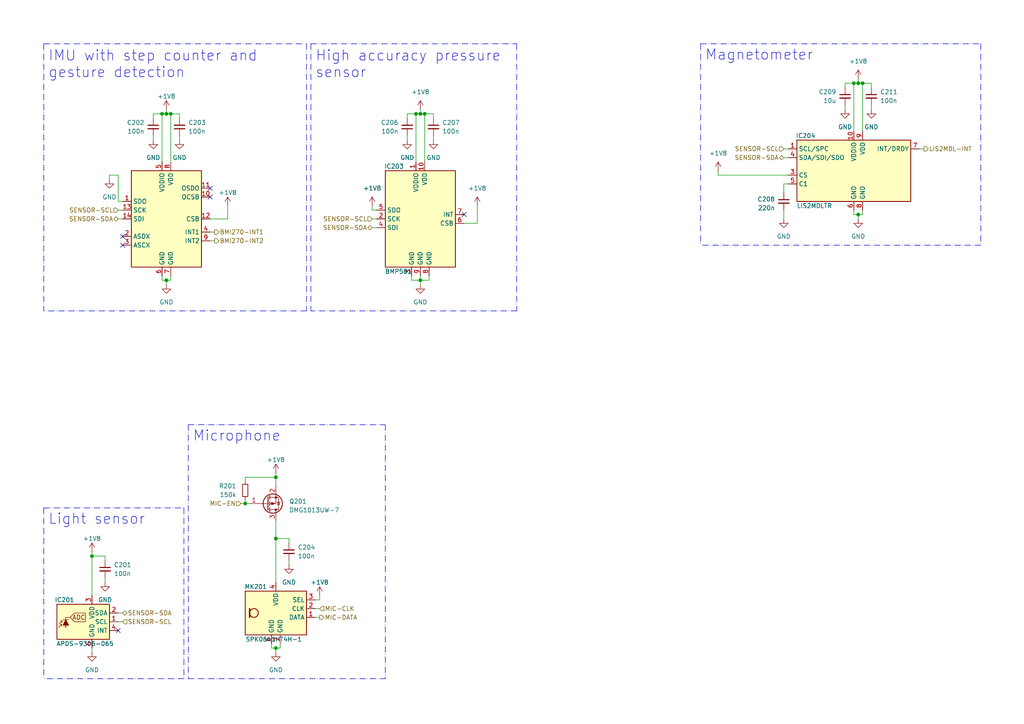
<source format=kicad_sch>
(kicad_sch (version 20250114) (generator "eeschema") (generator_version "9.0")
  (paper "A4")
  (title_block (title "ZSWatch v3 Dev-Kit") (date "2025-05-09") (rev "0") (company "github.com/jakkra/ZSWatch-HW"))
  (lib_symbols
    (symbol "Bosch_Kampi:BMI270"
      (property "Reference" "IC" (at -8.89 15.24 0))
      (property "Value" "BMI270" (at 0 0 0))
      (symbol "BMI270_1_0"
        (pin bidirectional line (at -12.7 5.08 0) (length 2.54) (name "SDO") (number "1"))
        (pin passive line (at -12.7 2.54 0) (length 2.54) (name "SCK") (number "13"))
        (pin bidirectional line (at -12.7 0 0) (length 2.54) (name "SDI") (number "14"))
        (pin passive line (at -12.7 -5.08 0) (length 2.54) (name "ASDX") (number "2"))
        (pin passive line (at -12.7 -7.62 0) (length 2.54) (name "ASCX") (number "3"))
        (pin power_in line (at -1.27 16.51 270) (length 2.54) (name "VDDIO") (number "5"))
        (pin power_in line (at -1.27 -16.51 90) (length 2.54) (name "GND") (number "6"))
        (pin power_in line (at 1.27 16.51 270) (length 2.54) (name "VDD") (number "8"))
        (pin power_in line (at 1.27 -16.51 90) (length 2.54) (name "GND") (number "7"))
        (pin passive line (at 12.7 8.89 180) (length 2.54) (name "OSDO") (number "11"))
        (pin passive line (at 12.7 6.35 180) (length 2.54) (name "OCSB") (number "10"))
        (pin passive line (at 12.7 0 180) (length 2.54) (name "CSB") (number "12"))
        (pin output line (at 12.7 -3.81 180) (length 2.54) (name "INT1") (number "4"))
        (pin output line (at 12.7 -6.35 180) (length 2.54) (name "INT2") (number "9"))
      )
      (symbol "BMI270_1_1"
        (polyline (pts (xy -10.16 13.97) (xy 10.16 13.97) (xy 10.16 -13.97) (xy -10.16 -13.97) (xy -10.16 13.97)) (stroke (width 0.254)) (fill (type background)))
      )
    )
    (symbol "Bosch_Kampi:BMP581"
      (property "Reference" "IC" (at -8.89 15.24 0))
      (symbol "BMP581_1_0"
        (pin bidirectional line (at -12.7 2.54 0) (length 2.54) (name "SDO") (number "5"))
        (pin input line (at -12.7 0 0) (length 2.54) (name "SCK") (number "2"))
        (pin bidirectional line (at -12.7 -2.54 0) (length 2.54) (name "SDI") (number "4"))
        (pin power_in line (at -2.54 -16.51 90) (length 2.54) (name "GND") (number "3"))
        (pin passive line (at -1.27 16.51 270) (length 2.54) (name "VDDIO") (number "1"))
        (pin power_in line (at 0 -16.51 90) (length 2.54) (name "GND") (number "9"))
        (pin passive line (at 1.27 16.51 270) (length 2.54) (name "VDD") (number "10"))
        (pin power_in line (at 2.54 -16.51 90) (length 2.54) (name "GND") (number "8"))
        (pin passive line (at 12.7 1.27 180) (length 2.54) (name "INT") (number "7"))
        (pin passive line (at 12.7 -1.27 180) (length 2.54) (name "CSB") (number "6"))
      )
      (symbol "BMP581_1_1"
        (polyline (pts (xy -10.16 13.97) (xy 10.16 13.97) (xy 10.16 -13.97) (xy -10.16 -13.97) (xy -10.16 13.97)) (stroke (width 0.254)) (fill (type background)))
      )
    )
    (symbol "Device:C_Small" (pin_numbers (hide yes)) (pin_names (offset 0.254) (hide yes))
      (property "Reference" "C" (at 0.254 1.778 0))
      (property "Value" "C_Small" (at 0.254 -2.032 0))
      (symbol "C_Small_0_1"
        (polyline (pts (xy -1.524 0.508) (xy 1.524 0.508)) (stroke (width 0.3048)))
        (polyline (pts (xy -1.524 -0.508) (xy 1.524 -0.508)) (stroke (width 0.3302)))
      )
      (symbol "C_Small_1_1"
        (pin passive line (at 0 2.54 270) (length 2.032) (name "~") (number "1"))
        (pin passive line (at 0 -2.54 90) (length 2.032) (name "~") (number "2"))
      )
    )
    (symbol "Device:R_Small" (pin_numbers (hide yes)) (pin_names (offset 0.254) (hide yes))
      (property "Reference" "R" (at 0.762 0.508 0))
      (property "Value" "R_Small" (at 0.762 -1.016 0))
      (symbol "R_Small_0_1"
        (rectangle (start -0.762 1.778) (end 0.762 -1.778) (stroke (width 0.2032)))
      )
      (symbol "R_Small_1_1"
        (pin passive line (at 0 2.54 270) (length 0.762) (name "~") (number "1"))
        (pin passive line (at 0 -2.54 90) (length 0.762) (name "~") (number "2"))
      )
    )
    (symbol "Diodes Incorporated:DMG1013UW-7" (pin_names (hide yes))
      (property "Reference" "Q" (at 2.54 1.905 0))
      (property "Value" "DMG1013UW-7" (at -6.35 0 0))
      (symbol "DMG1013UW-7_0_1"
        (polyline (pts (xy -2.286 1.905) (xy -2.286 -1.905)) (stroke (width 0.254)))
        (polyline (pts (xy -2.286 0) (xy -5.08 0)))
        (polyline (pts (xy -1.778 2.286) (xy -1.778 1.27)) (stroke (width 0.254)))
        (polyline (pts (xy -1.778 1.778) (xy 0.762 1.778) (xy 0.762 -1.778) (xy -1.778 -1.778)))
        (polyline (pts (xy -1.778 0.508) (xy -1.778 -0.508)) (stroke (width 0.254)))
        (polyline (pts (xy -1.778 -1.27) (xy -1.778 -2.286)) (stroke (width 0.254)))
        (circle (center -0.889 0) (radius 2.794) (stroke (width 0.254)))
        (polyline (pts (xy -0.254 0) (xy -1.27 0.381) (xy -1.27 -0.381) (xy -0.254 0)) (fill (type outline)))
        (polyline (pts (xy 0 2.54) (xy 0 1.778)))
        (circle (center 0 1.778) (radius 0.254) (fill (type outline)))
        (circle (center 0 -1.778) (radius 0.254) (fill (type outline)))
        (polyline (pts (xy 0 -2.54) (xy 0 0) (xy -1.778 0)))
        (polyline (pts (xy 0.254 -0.508) (xy 0.381 -0.381) (xy 1.143 -0.381) (xy 1.27 -0.254)))
        (polyline (pts (xy 0.762 -0.381) (xy 0.381 0.254) (xy 1.143 0.254) (xy 0.762 -0.381)))
      )
      (symbol "DMG1013UW-7_1_1"
        (pin input line (at -7.62 0 0) (length 2.54) (name "G") (number "1"))
        (pin passive line (at 0 5.08 270) (length 2.54) (name "D") (number "3"))
        (pin passive line (at 0 -5.08 90) (length 2.54) (name "S") (number "2"))
      )
    )
    (symbol "Knowles:SPK0641HT4H-1"
      (property "Reference" "MK" (at -7.62 7.62 0))
      (property "Value" "SPK0641HT4H-1" (at -1.27 -7.62 0))
      (symbol "SPK0641HT4H-1_1_1"
        (rectangle (start -8.89 6.35) (end 8.89 -6.35) (stroke (width 0.254)) (fill (type background)))
        (polyline (pts (xy -7.62 1.27) (xy -7.62 -1.27)) (stroke (width 0.381)))
        (circle (center -6.35 0) (radius 1.27) (stroke (width 0.254)))
        (pin power_in line (at -1.27 -8.89 90) (length 2.54) (hide yes) (name "GND") (number "5"))
        (pin power_in line (at -1.27 -8.89 90) (length 2.54) (name "GND") (number "6"))
        (pin power_in line (at 0 8.89 270) (length 2.54) (name "VDD") (number "4"))
        (pin power_in line (at 1.27 -8.89 90) (length 2.54) (name "GND") (number "7"))
        (pin power_in line (at 1.27 -8.89 90) (length 2.54) (hide yes) (name "GND") (number "8"))
        (pin input line (at 11.43 3.81 180) (length 2.54) (name "SEL") (number "3"))
        (pin input line (at 11.43 1.27 180) (length 2.54) (name "CLK") (number "2"))
        (pin output line (at 11.43 -1.27 180) (length 2.54) (name "DATA") (number "1"))
      )
    )
    (symbol "ST:LIS2MDLTR"
      (property "Reference" "IC" (at -16.51 11.43 0))
      (symbol "LIS2MDLTR_1_0"
        (pin passive line (at -20.32 7.62 0) (length 2.54) (name "SCL/SPC") (number "1"))
        (pin passive line (at -20.32 5.08 0) (length 2.54) (name "SDA/SDI/SDO") (number "4"))
        (pin passive line (at -20.32 0 0) (length 2.54) (name "CS") (number "3"))
        (pin passive line (at -20.32 -2.54 0) (length 2.54) (name "C1") (number "5"))
        (pin power_in line (at -1.27 12.7 270) (length 2.54) (name "VDDIO") (number "10"))
        (pin passive line (at -1.27 -10.16 90) (length 2.54) (name "GND") (number "6"))
        (pin power_in line (at 1.27 12.7 270) (length 2.54) (name "VDD") (number "9"))
        (pin passive line (at 1.27 -10.16 90) (length 2.54) (name "GND") (number "8"))
        (pin passive line (at 17.78 7.62 180) (length 2.54) (name "INT/DRDY") (number "7"))
        (pin no_connect line (at 17.78 0 180) (length 2.54) (hide yes) (name "NC") (number "2"))
        (pin no_connect line (at 17.78 -2.54 180) (length 2.54) (hide yes) (name "NC") (number "11"))
        (pin no_connect line (at 17.78 -5.08 180) (length 2.54) (hide yes) (name "NC") (number "12"))
      )
      (symbol "LIS2MDLTR_1_1"
        (polyline (pts (xy -17.78 10.16) (xy 15.24 10.16) (xy 15.24 -7.62) (xy -17.78 -7.62) (xy -17.78 10.16)) (stroke (width 0.254)) (fill (type background)))
      )
    )
    (symbol "Sensor_Optical:APDS-9306-065"
      (property "Reference" "U" (at -6.35 6.35 0))
      (property "Value" "APDS-9306-065" (at 3.81 6.35 0))
      (symbol "APDS-9306-065_0_0"
        (polyline (pts (xy -3.81 1.27) (xy -2.54 2.54) (xy 0.635 2.54) (xy 0.635 0) (xy -2.54 0) (xy -3.81 1.27)))
        (text "ADC" (at -1.27 1.27 0) (effects (font (size 1.27 1.27))))
      )
      (symbol "APDS-9306-065_0_1"
        (rectangle (start -7.62 5.08) (end 7.62 -5.08) (stroke (width 0.254)) (fill (type background)))
      )
      (symbol "APDS-9306-065_1_0"
        (polyline (pts (xy -5.08 -1.524) (xy -5.08 1.27) (xy -3.81 1.27)))
      )
      (symbol "APDS-9306-065_1_1"
        (polyline (pts (xy -6.223 -0.762) (xy -7.112 -1.651)))
        (polyline (pts (xy -6.223 -0.762) (xy -6.731 -0.762)))
        (polyline (pts (xy -6.223 -0.762) (xy -6.223 -1.27)))
        (polyline (pts (xy -6.096 0.254) (xy -6.985 -0.635)))
        (polyline (pts (xy -6.096 0.254) (xy -6.604 0.254)))
        (polyline (pts (xy -6.096 0.254) (xy -6.096 -0.254)))
        (polyline (pts (xy -5.842 0.635) (xy -4.191 0.635)))
        (polyline (pts (xy -5.842 -1.016) (xy -4.191 -1.016) (xy -5.08 0.635) (xy -5.842 -1.016)) (fill (type outline)))
        (polyline (pts (xy -4.826 -1.524) (xy -5.334 -1.524)))
        (pin no_connect line (at -7.62 2.54 0) (length 2.54) (hide yes) (name "NC") (number "5"))
        (pin power_in line (at 2.54 7.62 270) (length 2.54) (name "VDD") (number "3"))
        (pin power_in line (at 2.54 -7.62 90) (length 2.54) (name "GND") (number "6"))
        (pin bidirectional line (at 10.16 2.54 180) (length 2.54) (name "SDA") (number "2"))
        (pin input line (at 10.16 0 180) (length 2.54) (name "SCL") (number "1"))
        (pin open_collector line (at 10.16 -2.54 180) (length 2.54) (name "INT") (number "4"))
      )
    )
    (symbol "power:+1V8" (power) (pin_names (offset 0))
      (property "Value" "+1V8" (at 0 3.556 0))
      (symbol "+1V8_0_1"
        (polyline (pts (xy -0.762 1.27) (xy 0 2.54)))
        (polyline (pts (xy 0 2.54) (xy 0.762 1.27)))
        (polyline (pts (xy 0 0) (xy 0 2.54)))
      )
      (symbol "+1V8_1_1"
        (pin power_in line (at 0 0 90) (length 0) (hide yes) (name "+1V8") (number "1"))
      )
    )
    (symbol "power:GND" (power) (pin_names (offset 0))
      (property "Value" "GND" (at 0 -3.81 0))
      (symbol "GND_0_1"
        (polyline (pts (xy 0 0) (xy 0 -1.27) (xy 1.27 -1.27) (xy 0 -2.54) (xy -1.27 -1.27) (xy 0 -1.27)))
      )
      (symbol "GND_1_1"
        (pin power_in line (at 0 0 270) (length 0) (hide yes) (name "GND") (number "1"))
      )
    )
  )
  (text "Magnetometer" (at 204.47 17.78 0) (effects (font (size 3 3)) (justify left bottom)))
  (text "High accuracy pressure\nsensor" (at 91.44 22.86 0) (effects (font (size 3 3)) (justify left bottom)))
  (text "Microphone" (at 55.88 128.27 0) (effects (font (size 3 3)) (justify left bottom)))
  (text "Light sensor" (at 13.97 152.4 0) (effects (font (size 3 3)) (justify left bottom)))
  (text "IMU with step counter and\ngesture detection" (at 13.97 22.86 0) (effects (font (size 3 3)) (justify left bottom)))
  (junction (at 71.12 146.05))
  (junction (at 48.26 81.28))
  (junction (at 80.01 156.21))
  (junction (at 248.92 62.23))
  (junction (at 247.65 24.13))
  (junction (at 123.19 33.02))
  (junction (at 80.01 138.43))
  (junction (at 250.19 24.13))
  (junction (at 121.92 81.28))
  (junction (at 49.53 33.02))
  (junction (at 48.26 33.02))
  (junction (at 26.67 161.29))
  (junction (at 248.92 24.13))
  (junction (at 120.65 33.02))
  (junction (at 80.01 187.96))
  (junction (at 121.92 33.02))
  (junction (at 46.99 33.02))
  (no_connect (at 35.56 68.58))
  (no_connect (at 60.96 57.15))
  (no_connect (at 60.96 54.61))
  (no_connect (at 34.29 182.88))
  (no_connect (at 134.62 62.23))
  (no_connect (at 35.56 71.12))
  (wire (pts (xy 92.71 172.72) (xy 92.71 173.99)))
  (polyline (pts (xy 111.76 123.19) (xy 111.76 196.85)) (stroke (width 0) (type dash_dot)))
  (wire (pts (xy 78.74 187.96) (xy 80.01 187.96)))
  (wire (pts (xy 48.26 33.02) (xy 49.53 33.02)))
  (wire (pts (xy 250.19 24.13) (xy 252.73 24.13)))
  (wire (pts (xy 119.38 80.01) (xy 119.38 81.28)))
  (wire (pts (xy 46.99 81.28) (xy 48.26 81.28)))
  (wire (pts (xy 81.28 187.96) (xy 81.28 186.69)))
  (wire (pts (xy 60.96 63.5) (xy 66.04 63.5)))
  (wire (pts (xy 121.92 81.28) (xy 121.92 82.55)))
  (wire (pts (xy 125.73 33.02) (xy 123.19 33.02)))
  (wire (pts (xy 83.82 162.56) (xy 83.82 163.83)))
  (wire (pts (xy 49.53 80.01) (xy 49.53 81.28)))
  (polyline (pts (xy 88.9 90.17) (xy 12.7 90.17)) (stroke (width 0) (type dash_dot)))
  (polyline (pts (xy 203.2 12.7) (xy 284.48 12.7)) (stroke (width 0) (type dash_dot)))
  (wire (pts (xy 248.92 63.5) (xy 248.92 62.23)))
  (wire (pts (xy 44.45 39.37) (xy 44.45 40.64)))
  (wire (pts (xy 109.22 66.04) (xy 107.95 66.04)))
  (polyline (pts (xy 90.17 12.7) (xy 90.17 90.17)) (stroke (width 0) (type dash_dot)))
  (wire (pts (xy 30.48 162.56) (xy 30.48 161.29)))
  (wire (pts (xy 266.7 43.18) (xy 267.97 43.18)))
  (polyline (pts (xy 88.9 12.7) (xy 88.9 90.17)) (stroke (width 0) (type dash_dot)))
  (wire (pts (xy 125.73 39.37) (xy 125.73 40.64)))
  (polyline (pts (xy 90.17 12.7) (xy 149.86 12.7)) (stroke (width 0) (type dash_dot)))
  (wire (pts (xy 80.01 156.21) (xy 80.01 168.91)))
  (wire (pts (xy 34.29 63.5) (xy 35.56 63.5)))
  (wire (pts (xy 80.01 187.96) (xy 81.28 187.96)))
  (wire (pts (xy 62.23 67.31) (xy 60.96 67.31)))
  (wire (pts (xy 247.65 24.13) (xy 248.92 24.13)))
  (wire (pts (xy 107.95 60.96) (xy 107.95 59.69)))
  (polyline (pts (xy 12.7 147.32) (xy 53.34 147.32)) (stroke (width 0) (type dash_dot)))
  (wire (pts (xy 91.44 179.07) (xy 92.71 179.07)))
  (wire (pts (xy 60.96 69.85) (xy 62.23 69.85)))
  (wire (pts (xy 49.53 33.02) (xy 49.53 46.99)))
  (wire (pts (xy 252.73 24.13) (xy 252.73 25.4)))
  (wire (pts (xy 118.11 33.02) (xy 118.11 34.29)))
  (wire (pts (xy 78.74 186.69) (xy 78.74 187.96)))
  (wire (pts (xy 91.44 173.99) (xy 92.71 173.99)))
  (wire (pts (xy 91.44 176.53) (xy 92.71 176.53)))
  (wire (pts (xy 48.26 81.28) (xy 48.26 82.55)))
  (wire (pts (xy 80.01 138.43) (xy 71.12 138.43)))
  (polyline (pts (xy 54.61 123.19) (xy 54.61 196.85)) (stroke (width 0) (type dash_dot)))
  (polyline (pts (xy 149.86 12.7) (xy 149.86 90.17)) (stroke (width 0) (type dash_dot)))
  (wire (pts (xy 227.33 45.72) (xy 228.6 45.72)))
  (polyline (pts (xy 12.7 147.32) (xy 12.7 196.85)) (stroke (width 0) (type dash_dot)))
  (wire (pts (xy 69.85 146.05) (xy 71.12 146.05)))
  (wire (pts (xy 248.92 22.86) (xy 248.92 24.13)))
  (wire (pts (xy 120.65 33.02) (xy 121.92 33.02)))
  (wire (pts (xy 35.56 58.42) (xy 34.29 58.42)))
  (polyline (pts (xy 53.34 147.32) (xy 53.34 196.85)) (stroke (width 0) (type dash_dot)))
  (polyline (pts (xy 149.86 90.17) (xy 90.17 90.17)) (stroke (width 0) (type dash_dot)))
  (wire (pts (xy 34.29 50.8) (xy 31.75 50.8)))
  (wire (pts (xy 34.29 58.42) (xy 34.29 50.8)))
  (polyline (pts (xy 54.61 196.85) (xy 111.76 196.85)) (stroke (width 0) (type dash_dot)))
  (wire (pts (xy 26.67 161.29) (xy 30.48 161.29)))
  (wire (pts (xy 247.65 60.96) (xy 247.65 62.23)))
  (wire (pts (xy 46.99 33.02) (xy 44.45 33.02)))
  (wire (pts (xy 227.33 60.96) (xy 227.33 63.5)))
  (wire (pts (xy 46.99 80.01) (xy 46.99 81.28)))
  (polyline (pts (xy 12.7 12.7) (xy 88.9 12.7)) (stroke (width 0) (type dash_dot)))
  (polyline (pts (xy 284.48 71.12) (xy 203.2 71.12)) (stroke (width 0) (type dash_dot)))
  (wire (pts (xy 248.92 62.23) (xy 247.65 62.23)))
  (wire (pts (xy 121.92 31.75) (xy 121.92 33.02)))
  (wire (pts (xy 250.19 24.13) (xy 250.19 38.1)))
  (wire (pts (xy 227.33 53.34) (xy 228.6 53.34)))
  (wire (pts (xy 245.11 30.48) (xy 245.11 31.75)))
  (wire (pts (xy 228.6 50.8) (xy 208.28 50.8)))
  (wire (pts (xy 120.65 33.02) (xy 120.65 46.99)))
  (wire (pts (xy 46.99 33.02) (xy 48.26 33.02)))
  (wire (pts (xy 248.92 24.13) (xy 250.19 24.13)))
  (wire (pts (xy 26.67 187.96) (xy 26.67 189.23)))
  (wire (pts (xy 124.46 81.28) (xy 121.92 81.28)))
  (wire (pts (xy 66.04 63.5) (xy 66.04 59.69)))
  (wire (pts (xy 83.82 156.21) (xy 80.01 156.21)))
  (polyline (pts (xy 12.7 12.7) (xy 12.7 90.17)) (stroke (width 0) (type dash_dot)))
  (wire (pts (xy 52.07 33.02) (xy 52.07 34.29)))
  (wire (pts (xy 107.95 63.5) (xy 109.22 63.5)))
  (wire (pts (xy 80.01 187.96) (xy 80.01 189.23)))
  (wire (pts (xy 34.29 180.34) (xy 35.56 180.34)))
  (wire (pts (xy 31.75 50.8) (xy 31.75 52.07)))
  (wire (pts (xy 120.65 33.02) (xy 118.11 33.02)))
  (wire (pts (xy 46.99 46.99) (xy 46.99 33.02)))
  (wire (pts (xy 138.43 59.69) (xy 138.43 64.77)))
  (wire (pts (xy 26.67 160.02) (xy 26.67 161.29)))
  (wire (pts (xy 121.92 33.02) (xy 123.19 33.02)))
  (wire (pts (xy 227.33 43.18) (xy 228.6 43.18)))
  (wire (pts (xy 34.29 177.8) (xy 35.56 177.8)))
  (wire (pts (xy 245.11 24.13) (xy 247.65 24.13)))
  (wire (pts (xy 49.53 33.02) (xy 52.07 33.02)))
  (wire (pts (xy 52.07 39.37) (xy 52.07 40.64)))
  (wire (pts (xy 44.45 33.02) (xy 44.45 34.29)))
  (wire (pts (xy 49.53 81.28) (xy 48.26 81.28)))
  (wire (pts (xy 121.92 80.01) (xy 121.92 81.28)))
  (wire (pts (xy 71.12 146.05) (xy 71.12 144.78)))
  (polyline (pts (xy 53.34 196.85) (xy 12.7 196.85)) (stroke (width 0) (type dash_dot)))
  (wire (pts (xy 121.92 81.28) (xy 119.38 81.28)))
  (wire (pts (xy 208.28 49.53) (xy 208.28 50.8)))
  (wire (pts (xy 34.29 60.96) (xy 35.56 60.96)))
  (wire (pts (xy 125.73 33.02) (xy 125.73 34.29)))
  (wire (pts (xy 48.26 31.75) (xy 48.26 33.02)))
  (wire (pts (xy 83.82 156.21) (xy 83.82 157.48)))
  (wire (pts (xy 248.92 62.23) (xy 250.19 62.23)))
  (wire (pts (xy 245.11 25.4) (xy 245.11 24.13)))
  (wire (pts (xy 138.43 64.77) (xy 134.62 64.77)))
  (wire (pts (xy 80.01 151.13) (xy 80.01 156.21)))
  (wire (pts (xy 247.65 24.13) (xy 247.65 38.1)))
  (wire (pts (xy 80.01 137.16) (xy 80.01 138.43)))
  (wire (pts (xy 30.48 167.64) (xy 30.48 168.91)))
  (wire (pts (xy 72.39 146.05) (xy 71.12 146.05)))
  (wire (pts (xy 109.22 60.96) (xy 107.95 60.96)))
  (polyline (pts (xy 54.61 123.19) (xy 111.76 123.19)) (stroke (width 0) (type dash_dot)))
  (wire (pts (xy 123.19 33.02) (xy 123.19 46.99)))
  (wire (pts (xy 118.11 39.37) (xy 118.11 40.64)))
  (wire (pts (xy 80.01 138.43) (xy 80.01 140.97)))
  (polyline (pts (xy 284.48 12.7) (xy 284.48 71.12)) (stroke (width 0) (type dash_dot)))
  (wire (pts (xy 26.67 161.29) (xy 26.67 172.72)))
  (wire (pts (xy 124.46 80.01) (xy 124.46 81.28)))
  (wire (pts (xy 71.12 138.43) (xy 71.12 139.7)))
  (polyline (pts (xy 203.2 12.7) (xy 203.2 71.12)) (stroke (width 0) (type dash_dot)))
  (wire (pts (xy 252.73 31.75) (xy 252.73 30.48)))
  (wire (pts (xy 227.33 55.88) (xy 227.33 53.34)))
  (wire (pts (xy 250.19 62.23) (xy 250.19 60.96)))
  (hierarchical_label "LIS2MDL-INT" (shape output) (at 267.97 43.18 0))
  (hierarchical_label "MIC-DATA" (shape output) (at 92.71 179.07 0))
  (hierarchical_label "MIC-EN" (shape input) (at 69.85 146.05 180))
  (hierarchical_label "SENSOR-SCL" (shape input) (at 35.56 180.34 0))
  (hierarchical_label "SENSOR-SCL" (shape input) (at 227.33 43.18 180))
  (hierarchical_label "SENSOR-SDA" (shape bidirectional) (at 227.33 45.72 180))
  (hierarchical_label "BMI270-INT1" (shape output) (at 62.23 67.31 0))
  (hierarchical_label "SENSOR-SDA" (shape bidirectional) (at 34.29 63.5 180))
  (hierarchical_label "BMI270-INT2" (shape output) (at 62.23 69.85 0))
  (hierarchical_label "SENSOR-SCL" (shape input) (at 34.29 60.96 180))
  (hierarchical_label "SENSOR-SDA" (shape bidirectional) (at 35.56 177.8 0))
  (hierarchical_label "MIC-CLK" (shape input) (at 92.71 176.53 0))
  (hierarchical_label "SENSOR-SDA" (shape bidirectional) (at 107.95 66.04 180))
  (hierarchical_label "SENSOR-SCL" (shape input) (at 107.95 63.5 180))
  (symbol (lib_id "power:GND") (at 245.11 31.75 0) (unit 1)
    (property "Reference" "#PWR0224" (effects (hide yes)))
    (property "Value" "GND" (at 245.11 36.83 0))
  )
  (symbol (lib_id "power:GND") (at 248.92 63.5 0) (unit 1)
    (property "Reference" "#PWR0227" (effects (hide yes)))
    (property "Value" "GND" (at 248.92 68.58 0))
  )
  (symbol (lib_id "Device:C_Small") (at 252.73 27.94 0) (mirror y) (unit 1)
    (property "Reference" "C211" (at 255.27 26.6763 0) (effects (justify right)))
    (property "Value" "100n" (at 255.27 29.2163 0) (effects (justify right)))
    (property "Footprint" "Capacitor_SMD:C_0603_1608Metric" (effects (hide yes)))
    (property "manf" "KYOCERA AVX" (effects (hide yes)))
    (property "manf#" "06035C104KAT2A" (effects (hide yes)))
    (property "mouser#" "581-06035C104KAT2A" (effects (hide yes)))
  )
  (symbol (lib_id "power:GND") (at 83.82 163.83 0) (unit 1)
    (property "Reference" "#PWR0212" (effects (hide yes)))
    (property "Value" "GND" (at 83.82 168.91 0))
  )
  (symbol (lib_id "power:GND") (at 26.67 189.23 0) (unit 1)
    (property "Reference" "#PWR0202" (effects (hide yes)))
    (property "Value" "GND" (at 26.67 194.31 0))
  )
  (symbol (lib_id "Device:C_Small") (at 118.11 36.83 180) (unit 1)
    (property "Reference" "C206" (at 115.57 35.5536 0) (effects (justify left)))
    (property "Value" "100n" (at 115.57 38.0936 0) (effects (justify left)))
    (property "Footprint" "Capacitor_SMD:C_0603_1608Metric" (effects (hide yes)))
    (property "manf" "KYOCERA AVX" (effects (hide yes)))
    (property "manf#" "06035C104KAT2A" (effects (hide yes)))
    (property "mouser#" "581-06035C104KAT2A" (effects (hide yes)))
  )
  (symbol (lib_id "power:GND") (at 52.07 40.64 0) (unit 1)
    (property "Reference" "#PWR0208" (effects (hide yes)))
    (property "Value" "GND" (at 52.07 45.72 0))
  )
  (symbol (lib_id "Device:C_Small") (at 227.33 58.42 0) (unit 1)
    (property "Reference" "C208" (at 224.79 57.7913 0) (effects (justify right)))
    (property "Value" "220n" (at 224.79 60.3313 0) (effects (justify right)))
    (property "Footprint" "Capacitor_SMD:C_0603_1608Metric" (effects (hide yes)))
    (property "manf" "KYOCERA AVX" (effects (hide yes)))
    (property "manf#" "06033C224KAT2A" (effects (hide yes)))
    (property "mouser#" "581-06033C224KAT2A" (effects (hide yes)))
  )
  (symbol (lib_id "power:+1V8") (at 138.43 59.69 0) (unit 1)
    (property "Reference" "#PWR0220" (effects (hide yes)))
    (property "Value" "+1V8" (at 138.43 54.61 0))
  )
  (symbol (lib_id "power:+1V8") (at 92.71 172.72 0) (unit 1)
    (property "Reference" "#PWR0213" (effects (hide yes)))
    (property "Value" "+1V8" (at 92.71 168.91 0))
  )
  (symbol (lib_id "power:GND") (at 125.73 40.64 0) (mirror y) (unit 1)
    (property "Reference" "#PWR0219" (effects (hide yes)))
    (property "Value" "GND" (at 125.73 45.72 0))
  )
  (symbol (lib_id "Bosch_Kampi:BMI270") (at 48.26 63.5 0) (unit 1)
    (property "Reference" "IC202" (effects (hide yes)))
    (property "Value" "BMI270" (effects (hide yes)))
    (property "Footprint" "Package_LGA_Kampi:Bosch_LGA-14_3x2.5mm_P0.5mm_LayoutBorder3x4y" (effects (hide yes)))
    (property "Datasheet" "https://www.bosch-sensortec.com/media/boschsensortec/downloads/datasheets/bst-bmi270-ds000.pdf" (effects (hide yes)))
    (property "manf" "Bosch" (effects (hide yes)))
    (property "manf#" "BMI270" (effects (hide yes)))
    (property "mouser#" "262-BMI270" (effects (hide yes)))
  )
  (symbol (lib_id "Device:C_Small") (at 125.73 36.83 0) (mirror y) (unit 1)
    (property "Reference" "C207" (at 128.27 35.5663 0) (effects (justify right)))
    (property "Value" "100n" (at 128.27 38.1063 0) (effects (justify right)))
    (property "Footprint" "Capacitor_SMD:C_0603_1608Metric" (effects (hide yes)))
    (property "manf" "KYOCERA AVX" (effects (hide yes)))
    (property "manf#" "06035C104KAT2A" (effects (hide yes)))
    (property "mouser#" "581-06035C104KAT2A" (effects (hide yes)))
  )
  (symbol (lib_id "Diodes Incorporated:DMG1013UW-7") (at 80.01 146.05 0) (mirror x) (unit 1)
    (property "Reference" "Q201" (at 83.82 145.415 0) (effects (justify left)))
    (property "Value" "DMG1013UW-7" (at 83.82 147.955 0) (effects (justify left)))
    (property "Footprint" "Package_TO_SOT_SMD:SOT-323_SC-70" (effects (hide yes)))
    (property "Datasheet" "https://www.diodes.com/assets/Datasheets/ds31861.pdf" (effects (hide yes)))
    (property "CONFIG" "-ENV" (effects (hide yes)))
    (property "manf" "ROHM Semiconductor" (effects (hide yes)))
    (property "manf#" "DMG1013UW-7" (effects (hide yes)))
    (property "mouser#" "621-DMG1013UW-7" (effects (hide yes)))
  )
  (symbol (lib_id "Sensor_Optical:APDS-9306-065") (at 24.13 180.34 0) (unit 1)
    (property "Reference" "IC201" (at 21.59 173.99 0) (effects (justify right)))
    (property "Value" "APDS-9306-065" (at 33.02 186.69 0) (effects (justify right)))
    (property "Footprint" "Broadcom:Broadcom_DFN-6_2x2mm_P0.65mm" (effects (hide yes)))
    (property "Datasheet" "https://docs.broadcom.com/docs/AV02-4755EN" (effects (hide yes)))
    (property "manf" "Broadcom / Avago" (effects (hide yes)))
    (property "manf#" "APDS-9306-065" (effects (hide yes)))
    (property "mouser#" "630-APDS-9306-065" (effects (hide yes)))
  )
  (symbol (lib_id "Device:C_Small") (at 44.45 36.83 0) (unit 1)
    (property "Reference" "C202" (at 41.91 35.5663 0) (effects (justify right)))
    (property "Value" "100n" (at 41.91 38.1063 0) (effects (justify right)))
    (property "Footprint" "Capacitor_SMD:C_0603_1608Metric" (effects (hide yes)))
    (property "manf" "KYOCERA AVX" (effects (hide yes)))
    (property "manf#" "06035C104KAT2A" (effects (hide yes)))
    (property "mouser#" "581-06035C104KAT2A" (effects (hide yes)))
  )
  (symbol (lib_id "power:GND") (at 227.33 63.5 0) (unit 1)
    (property "Reference" "#PWR0222" (effects (hide yes)))
    (property "Value" "GND" (at 227.33 68.58 0))
  )
  (symbol (lib_id "power:GND") (at 121.92 82.55 0) (unit 1)
    (property "Reference" "#PWR0218" (effects (hide yes)))
    (property "Value" "GND" (at 121.92 87.63 0))
  )
  (symbol (lib_id "power:GND") (at 30.48 168.91 0) (unit 1)
    (property "Reference" "#PWR0203" (effects (hide yes)))
    (property "Value" "GND" (at 30.48 173.99 0))
  )
  (symbol (lib_id "Device:C_Small") (at 30.48 165.1 0) (mirror y) (unit 1)
    (property "Reference" "C201" (at 33.02 163.8363 0) (effects (justify right)))
    (property "Value" "100n" (at 33.02 166.3763 0) (effects (justify right)))
    (property "Footprint" "Capacitor_SMD:C_0603_1608Metric" (effects (hide yes)))
    (property "manf" "KYOCERA AVX" (effects (hide yes)))
    (property "manf#" "06035C104KAT2A" (effects (hide yes)))
    (property "mouser#" "581-06035C104KAT2A" (effects (hide yes)))
  )
  (symbol (lib_id "ST:LIS2MDLTR") (at 248.92 50.8 0) (unit 1)
    (property "Reference" "IC204" (at 233.68 39.37 0))
    (property "Value" "LIS2MDLTR" (at 236.22 59.69 0))
    (property "Footprint" "Package_LGA_Kampi:LGA-12_2x2mm_P0.5mm" (effects (hide yes)))
    (property "Datasheet" "http://www.st.com/content/ccc/resource/technical/document/datasheet/group3/29/13/d1/e0/9a/4d/4f/30/DM00395193/files/DM00395193.pdf/jcr:content/translations/en.DM00395193.pdf" (effects (hide yes)))
    (property "manf" "STMicroelectronics" (effects (hide yes)))
    (property "manf#" "LIS2MDLTR" (effects (hide yes)))
    (property "mouser#" "511-LIS2MDLTR" (effects (hide yes)))
  )
  (symbol (lib_id "power:+1V8") (at 121.92 31.75 0) (unit 1)
    (property "Reference" "#PWR0217" (effects (hide yes)))
    (property "Value" "+1V8" (at 121.92 26.67 0))
  )
  (symbol (lib_id "power:+1V8") (at 107.95 59.69 0) (unit 1)
    (property "Reference" "#PWR0215" (effects (hide yes)))
    (property "Value" "+1V8" (at 107.95 54.61 0))
  )
  (symbol (lib_id "power:GND") (at 31.75 52.07 0) (unit 1)
    (property "Reference" "#PWR0204" (effects (hide yes)))
    (property "Value" "GND" (at 31.75 57.15 0))
  )
  (symbol (lib_id "Device:R_Small") (at 71.12 142.24 0) (mirror x) (unit 1)
    (property "Reference" "R201" (at 68.58 140.97 0) (effects (justify right)))
    (property "Value" "150k" (at 68.58 143.51 0) (effects (justify right)))
    (property "Footprint" "Resistor_SMD:R_0603_1608Metric" (effects (hide yes)))
    (property "Datasheet" "https://www.mouser.de/datasheet/2/447/YAGEO_PYu_RC_Group_51_RoHS_L_12-3313492.pdf" (effects (hide yes)))
    (property "CONFIG" "-ENV" (effects (hide yes)))
    (property "manf" "YAGEO" (effects (hide yes)))
    (property "manf#" "RC0603FR-07150KL" (effects (hide yes)))
    (property "mouser#" "603-RC0603FR-07150KL" (effects (hide yes)))
  )
  (symbol (lib_id "power:GND") (at 44.45 40.64 0) (unit 1)
    (property "Reference" "#PWR0205" (effects (hide yes)))
    (property "Value" "GND" (at 44.45 45.72 0))
  )
  (symbol (lib_id "power:+1V8") (at 48.26 31.75 0) (unit 1)
    (property "Reference" "#PWR0206" (effects (hide yes)))
    (property "Value" "+1V8" (at 48.26 27.94 0))
  )
  (symbol (lib_id "power:GND") (at 80.01 189.23 0) (unit 1)
    (property "Reference" "#PWR0211" (effects (hide yes)))
    (property "Value" "GND" (at 80.01 194.31 0))
  )
  (symbol (lib_id "power:+1V8") (at 26.67 160.02 0) (unit 1)
    (property "Reference" "#PWR0201" (effects (hide yes)))
    (property "Value" "+1V8" (at 26.67 156.21 0))
  )
  (symbol (lib_id "power:GND") (at 48.26 82.55 0) (unit 1)
    (property "Reference" "#PWR0207" (effects (hide yes)))
    (property "Value" "GND" (at 48.26 87.63 0))
  )
  (symbol (lib_id "power:+1V8") (at 80.01 137.16 0) (unit 1)
    (property "Reference" "#PWR0210" (effects (hide yes)))
    (property "Value" "+1V8" (at 80.01 133.35 0))
  )
  (symbol (lib_id "Knowles:SPK0641HT4H-1") (at 80.01 177.8 0) (unit 1)
    (property "Reference" "MK201" (at 77.47 170.18 0) (effects (justify right)))
    (property "Value" "SPK0641HT4H-1" (at 87.63 185.42 0) (effects (justify right)))
    (property "Footprint" "Knowles:SPK0641HT4H-1" (effects (hide yes)))
    (property "Datasheet" "https://www.knowles.com/docs/default-source/model-downloads/spk0641ht4h-1-rev-a.pdf" (effects (hide yes)))
    (property "CONFIG" "-ENV" (effects (hide yes)))
    (property "manf" "Knowles" (effects (hide yes)))
    (property "manf#" "SPK0641HT4H-1" (effects (hide yes)))
    (property "mouser#" "721-SPK0641HT4H-1" (effects (hide yes)))
  )
  (symbol (lib_id "power:GND") (at 118.11 40.64 0) (unit 1)
    (property "Reference" "#PWR0216" (effects (hide yes)))
    (property "Value" "GND" (at 118.11 45.72 0))
  )
  (symbol (lib_id "Device:C_Small") (at 83.82 160.02 0) (mirror y) (unit 1)
    (property "Reference" "C204" (at 86.36 158.7563 0) (effects (justify right)))
    (property "Value" "100n" (at 86.36 161.2963 0) (effects (justify right)))
    (property "Footprint" "Capacitor_SMD:C_0603_1608Metric" (effects (hide yes)))
    (property "manf" "KYOCERA AVX" (effects (hide yes)))
    (property "manf#" "06035C104KAT2A" (effects (hide yes)))
    (property "mouser#" "581-06035C104KAT2A" (effects (hide yes)))
  )
  (symbol (lib_id "power:+1V8") (at 208.28 49.53 0) (unit 1)
    (property "Reference" "#PWR0221" (effects (hide yes)))
    (property "Value" "+1V8" (at 208.28 44.45 0))
  )
  (symbol (lib_id "power:+1V8") (at 66.04 59.69 0) (unit 1)
    (property "Reference" "#PWR0209" (effects (hide yes)))
    (property "Value" "+1V8" (at 66.04 55.88 0))
  )
  (symbol (lib_id "Bosch_Kampi:BMP581") (at 121.92 63.5 0) (unit 1)
    (property "Reference" "IC203" (at 114.3 48.26 0))
    (property "Value" "BMP581" (at 115.57 78.74 0))
    (property "Footprint" "Package_LGA_Kampi:Bosch_LGA-10_2x2mm_P0.5mm_ClockwisePinNumbering" (effects (hide yes)))
    (property "Datasheet" "https://www.bosch-sensortec.com/media/boschsensortec/downloads/datasheets/bst-bmp581-ds004.pdf" (effects (hide yes)))
    (property "manf" "Bosch" (effects (hide yes)))
    (property "manf#" "BMP581" (effects (hide yes)))
    (property "mouser#" "262-BMP581" (effects (hide yes)))
  )
  (symbol (lib_id "power:GND") (at 252.73 31.75 0) (unit 1)
    (property "Reference" "#PWR0230" (effects (hide yes)))
    (property "Value" "GND" (at 252.73 36.83 0))
  )
  (symbol (lib_id "Device:C_Small") (at 52.07 36.83 180) (unit 1)
    (property "Reference" "C203" (at 54.61 35.5536 0) (effects (justify right)))
    (property "Value" "100n" (at 54.61 38.0936 0) (effects (justify right)))
    (property "Footprint" "Capacitor_SMD:C_0603_1608Metric" (effects (hide yes)))
    (property "manf" "KYOCERA AVX" (effects (hide yes)))
    (property "manf#" "06035C104KAT2A" (effects (hide yes)))
    (property "mouser#" "581-06035C104KAT2A" (effects (hide yes)))
  )
  (symbol (lib_id "power:+1V8") (at 248.92 22.86 0) (unit 1)
    (property "Reference" "#PWR0226" (effects (hide yes)))
    (property "Value" "+1V8" (at 248.92 17.78 0))
  )
  (symbol (lib_id "Device:C_Small") (at 245.11 27.94 0) (unit 1)
    (property "Reference" "C209" (at 242.57 26.6763 0) (effects (justify right)))
    (property "Value" "10u" (at 242.57 29.2163 0) (effects (justify right)))
    (property "Footprint" "Capacitor_SMD:C_0603_1608Metric" (effects (hide yes)))
    (property "manf" "KYOCERA AVX" (effects (hide yes)))
    (property "manf#" "CM105X5R106M25AT" (effects (hide yes)))
    (property "mouser#" "346-CM105X5R106M25AT" (effects (hide yes)))
  )
)
</source>
